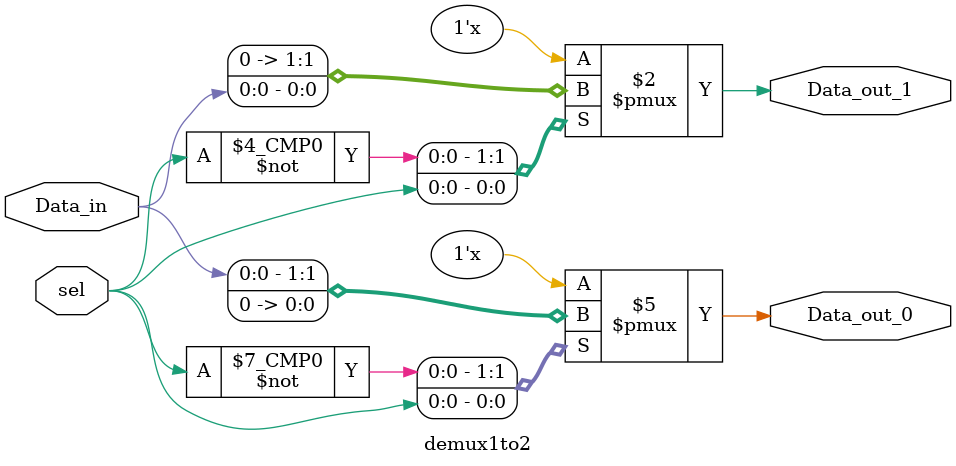
<source format=v>

module demux1to2(     Data_in,     sel,    Data_out_0,    Data_out_1    );

//list the inputs and their sizes
    input Data_in;
    input sel;
//list the outputs and their sizes 
    output Data_out_0;
    output Data_out_1;
//Internal variables
    reg Data_out_0;
    reg Data_out_1;

//always block with Data_in and sel in its sensitivity list
    always @(Data_in or sel)
    begin
        case (sel)
            1'b0 : begin
                        Data_out_0 = Data_in;
                        Data_out_1 = 0;
                      end
            1'b1 : begin
                        Data_out_0 = 0;
                        Data_out_1 = Data_in;
                      end
        endcase
    end
    
endmodule

</source>
